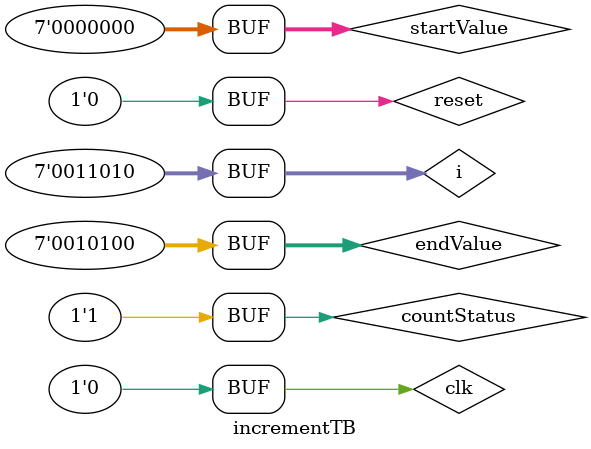
<source format=v>
`timescale 1ns / 1ps


module incrementTB;

	// Inputs
	reg [6:0] startValue;
	reg [6:0] endValue;
	reg countStatus;
	reg reset;
	reg clk;
	reg [6:0] i;
	// Outputs
	wire [6:0] currentValue;

	// Instantiate the Unit Under Test (UUT)
	incrementToValue uut (
		.startValue(startValue), 
		.endValue(endValue), 
		.countStatus(countStatus), 
		.reset(reset), 
		.RST(RST),
		.clk(clk), 
		.currentValue(currentValue)
	);

		
	initial begin
		// Initialize Inputs
		startValue = 0;
		endValue = 20;
		countStatus = 1;
		reset = 0;
		clk = 0;
		
		// Wait 100 ns for global reset to finish
		#100;
      //
		for(i = 0; i<=25; i = i + 1)
			begin
				clk=~clk;
				#5;
			end
		// Add stimulus here

	end
      
endmodule


</source>
